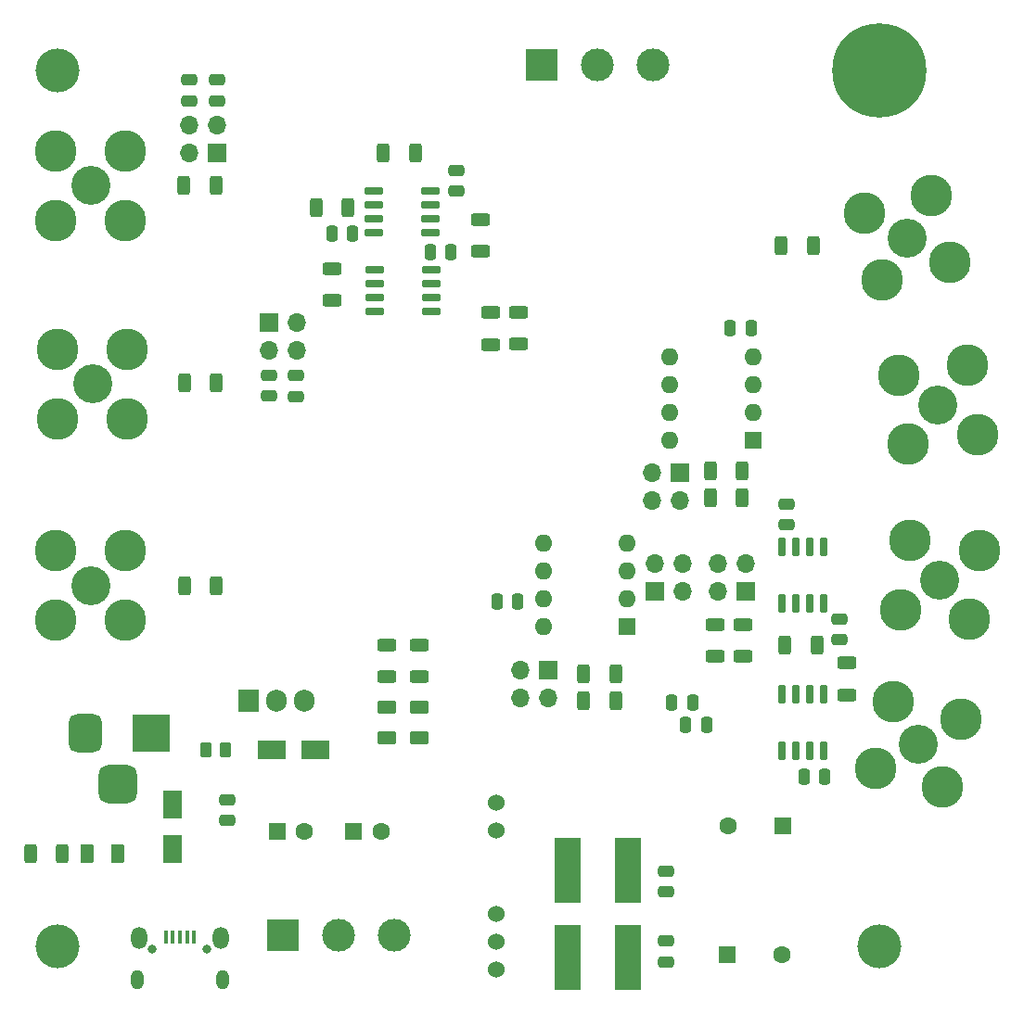
<source format=gbr>
%TF.GenerationSoftware,KiCad,Pcbnew,(6.0.0)*%
%TF.CreationDate,2022-01-15T22:09:40-05:00*%
%TF.ProjectId,Impedance_Analyzer_V2,496d7065-6461-46e6-9365-5f416e616c79,rev?*%
%TF.SameCoordinates,Original*%
%TF.FileFunction,Soldermask,Top*%
%TF.FilePolarity,Negative*%
%FSLAX46Y46*%
G04 Gerber Fmt 4.6, Leading zero omitted, Abs format (unit mm)*
G04 Created by KiCad (PCBNEW (6.0.0)) date 2022-01-15 22:09:40*
%MOMM*%
%LPD*%
G01*
G04 APERTURE LIST*
G04 Aperture macros list*
%AMRoundRect*
0 Rectangle with rounded corners*
0 $1 Rounding radius*
0 $2 $3 $4 $5 $6 $7 $8 $9 X,Y pos of 4 corners*
0 Add a 4 corners polygon primitive as box body*
4,1,4,$2,$3,$4,$5,$6,$7,$8,$9,$2,$3,0*
0 Add four circle primitives for the rounded corners*
1,1,$1+$1,$2,$3*
1,1,$1+$1,$4,$5*
1,1,$1+$1,$6,$7*
1,1,$1+$1,$8,$9*
0 Add four rect primitives between the rounded corners*
20,1,$1+$1,$2,$3,$4,$5,0*
20,1,$1+$1,$4,$5,$6,$7,0*
20,1,$1+$1,$6,$7,$8,$9,0*
20,1,$1+$1,$8,$9,$2,$3,0*%
G04 Aperture macros list end*
%ADD10RoundRect,0.250000X-0.250000X-0.475000X0.250000X-0.475000X0.250000X0.475000X-0.250000X0.475000X0*%
%ADD11R,3.000000X3.000000*%
%ADD12C,3.000000*%
%ADD13C,3.556000*%
%ADD14C,3.810000*%
%ADD15RoundRect,0.249998X0.312502X0.625002X-0.312502X0.625002X-0.312502X-0.625002X0.312502X-0.625002X0*%
%ADD16RoundRect,0.249998X-0.312502X-0.625002X0.312502X-0.625002X0.312502X0.625002X-0.312502X0.625002X0*%
%ADD17R,1.600000X1.600000*%
%ADD18O,1.600000X1.600000*%
%ADD19C,1.600000*%
%ADD20RoundRect,0.250000X-0.475000X0.250000X-0.475000X-0.250000X0.475000X-0.250000X0.475000X0.250000X0*%
%ADD21R,2.500000X1.800000*%
%ADD22R,1.800000X2.500000*%
%ADD23RoundRect,0.249998X0.262502X0.450002X-0.262502X0.450002X-0.262502X-0.450002X0.262502X-0.450002X0*%
%ADD24R,3.500000X3.500000*%
%ADD25RoundRect,0.750000X-0.750000X-1.000000X0.750000X-1.000000X0.750000X1.000000X-0.750000X1.000000X0*%
%ADD26RoundRect,0.875000X-0.875000X-0.875000X0.875000X-0.875000X0.875000X0.875000X-0.875000X0.875000X0*%
%ADD27O,0.800000X0.800000*%
%ADD28R,0.450000X1.300000*%
%ADD29O,1.150000X1.800000*%
%ADD30O,1.450000X2.000000*%
%ADD31RoundRect,0.250000X-0.375000X-0.625000X0.375000X-0.625000X0.375000X0.625000X-0.375000X0.625000X0*%
%ADD32R,1.905000X2.000000*%
%ADD33O,1.905000X2.000000*%
%ADD34RoundRect,0.249998X-0.625002X0.312502X-0.625002X-0.312502X0.625002X-0.312502X0.625002X0.312502X0*%
%ADD35RoundRect,0.249998X0.625002X-0.312502X0.625002X0.312502X-0.625002X0.312502X-0.625002X-0.312502X0*%
%ADD36RoundRect,0.150000X-0.725000X-0.150000X0.725000X-0.150000X0.725000X0.150000X-0.725000X0.150000X0*%
%ADD37RoundRect,0.250000X0.250000X0.475000X-0.250000X0.475000X-0.250000X-0.475000X0.250000X-0.475000X0*%
%ADD38RoundRect,0.250000X0.625000X-0.375000X0.625000X0.375000X-0.625000X0.375000X-0.625000X-0.375000X0*%
%ADD39RoundRect,0.250000X-0.625000X0.375000X-0.625000X-0.375000X0.625000X-0.375000X0.625000X0.375000X0*%
%ADD40C,8.600000*%
%ADD41C,4.000000*%
%ADD42RoundRect,0.250000X0.475000X-0.250000X0.475000X0.250000X-0.475000X0.250000X-0.475000X-0.250000X0*%
%ADD43RoundRect,0.150000X0.150000X-0.725000X0.150000X0.725000X-0.150000X0.725000X-0.150000X-0.725000X0*%
%ADD44RoundRect,0.249999X-0.312501X-0.625001X0.312501X-0.625001X0.312501X0.625001X-0.312501X0.625001X0*%
%ADD45RoundRect,0.249999X-0.625001X0.312501X-0.625001X-0.312501X0.625001X-0.312501X0.625001X0.312501X0*%
%ADD46RoundRect,0.150000X-0.150000X0.725000X-0.150000X-0.725000X0.150000X-0.725000X0.150000X0.725000X0*%
%ADD47R,2.450000X5.900000*%
%ADD48C,1.524000*%
%ADD49RoundRect,0.250000X0.312500X0.625000X-0.312500X0.625000X-0.312500X-0.625000X0.312500X-0.625000X0*%
%ADD50R,1.700000X1.700000*%
%ADD51O,1.700000X1.700000*%
%ADD52RoundRect,0.250000X0.625000X-0.312500X0.625000X0.312500X-0.625000X0.312500X-0.625000X-0.312500X0*%
%ADD53RoundRect,0.250000X-0.625000X0.312500X-0.625000X-0.312500X0.625000X-0.312500X0.625000X0.312500X0*%
%ADD54RoundRect,0.250000X-0.312500X-0.625000X0.312500X-0.625000X0.312500X0.625000X-0.312500X0.625000X0*%
G04 APERTURE END LIST*
D10*
%TO.C,C27*%
X131050000Y-115250000D03*
X132950000Y-115250000D03*
%TD*%
D11*
%TO.C,J17*%
X119170000Y-57000000D03*
D12*
X124250000Y-57000000D03*
X129330000Y-57000000D03*
%TD*%
D10*
%TO.C,C26*%
X132300000Y-117250000D03*
X134200000Y-117250000D03*
%TD*%
D13*
%TO.C,J2*%
X78175000Y-86125000D03*
D14*
X75000000Y-82950000D03*
X81350000Y-89300000D03*
X75000000Y-89300000D03*
X81350000Y-82950000D03*
%TD*%
D13*
%TO.C,J6*%
X152500000Y-72750000D03*
D14*
X150254936Y-76638565D03*
X156388565Y-74995064D03*
X148611435Y-70504936D03*
X154745064Y-68861435D03*
%TD*%
D13*
%TO.C,J7*%
X153500000Y-119000000D03*
D14*
X151254936Y-115111435D03*
X149611435Y-121245064D03*
X155745064Y-122888565D03*
X157388565Y-116754936D03*
%TD*%
D15*
%TO.C,R5*%
X89462500Y-104500000D03*
X86537500Y-104500000D03*
%TD*%
%TO.C,R6*%
X89462500Y-86000000D03*
X86537500Y-86000000D03*
%TD*%
D16*
%TO.C,R7*%
X122987500Y-115050000D03*
X125912500Y-115050000D03*
%TD*%
D15*
%TO.C,R8*%
X137462500Y-96500000D03*
X134537500Y-96500000D03*
%TD*%
D17*
%TO.C,U3*%
X126950000Y-108300000D03*
D18*
X126950000Y-105760000D03*
X126950000Y-103220000D03*
X126950000Y-100680000D03*
X119330000Y-100680000D03*
X119330000Y-103220000D03*
X119330000Y-105760000D03*
X119330000Y-108300000D03*
%TD*%
D13*
%TO.C,J5*%
X155500000Y-104000000D03*
D14*
X159085976Y-101297773D03*
X158202227Y-107585976D03*
X151914024Y-106702227D03*
X152797773Y-100414024D03*
%TD*%
D13*
%TO.C,J4*%
X155325000Y-88000000D03*
D14*
X158027227Y-84414024D03*
X152622773Y-91585976D03*
X151739024Y-85297773D03*
X158910976Y-90702227D03*
%TD*%
D17*
%TO.C,U4*%
X138500000Y-91250000D03*
D18*
X138500000Y-88710000D03*
X138500000Y-86170000D03*
X138500000Y-83630000D03*
X130880000Y-83630000D03*
X130880000Y-86170000D03*
X130880000Y-88710000D03*
X130880000Y-91250000D03*
%TD*%
D17*
%TO.C,C4*%
X95000000Y-127000000D03*
D19*
X97500000Y-127000000D03*
%TD*%
D20*
%TO.C,C5*%
X90450000Y-124100000D03*
X90450000Y-126000000D03*
%TD*%
D21*
%TO.C,D1*%
X98500000Y-119500000D03*
X94500000Y-119500000D03*
%TD*%
D22*
%TO.C,D2*%
X85450000Y-124550000D03*
X85450000Y-128550000D03*
%TD*%
D23*
%TO.C,FB1*%
X90325000Y-119500000D03*
X88500000Y-119500000D03*
%TD*%
D24*
%TO.C,J8*%
X83500000Y-118000000D03*
D25*
X77500000Y-118000000D03*
D26*
X80500000Y-122700000D03*
%TD*%
D27*
%TO.C,J9*%
X88625000Y-137750000D03*
X83625000Y-137750000D03*
D28*
X84825000Y-136650000D03*
X85475000Y-136650000D03*
X86125000Y-136650000D03*
X86775000Y-136650000D03*
X87425000Y-136650000D03*
D29*
X82250000Y-140500000D03*
X90000000Y-140500000D03*
D30*
X82400000Y-136700000D03*
X89850000Y-136700000D03*
%TD*%
D17*
%TO.C,C6*%
X102000000Y-127000000D03*
D19*
X104500000Y-127000000D03*
%TD*%
D31*
%TO.C,D3*%
X77700000Y-129000000D03*
X80500000Y-129000000D03*
%TD*%
D15*
%TO.C,R13*%
X75425000Y-129000000D03*
X72500000Y-129000000D03*
%TD*%
D32*
%TO.C,U5*%
X92420000Y-115000000D03*
D33*
X94960000Y-115000000D03*
X97500000Y-115000000D03*
%TD*%
D17*
%TO.C,C7*%
X141152651Y-126500000D03*
D19*
X136152651Y-126500000D03*
%TD*%
D17*
%TO.C,C9*%
X136097349Y-138250000D03*
D19*
X141097349Y-138250000D03*
%TD*%
D34*
%TO.C,R3*%
X114500000Y-79575000D03*
X114500000Y-82500000D03*
%TD*%
D35*
%TO.C,R2*%
X117000000Y-82462500D03*
X117000000Y-79537500D03*
%TD*%
D20*
%TO.C,C1*%
X96750000Y-85350000D03*
X96750000Y-87250000D03*
%TD*%
D35*
%TO.C,R1*%
X100000000Y-78500000D03*
X100000000Y-75575000D03*
%TD*%
D36*
%TO.C,U1*%
X103950000Y-75660000D03*
X103950000Y-76930000D03*
X103950000Y-78200000D03*
X103950000Y-79470000D03*
X109100000Y-79470000D03*
X109100000Y-78200000D03*
X109100000Y-76930000D03*
X109100000Y-75660000D03*
%TD*%
D37*
%TO.C,C14*%
X101900000Y-72400000D03*
X100000000Y-72400000D03*
%TD*%
%TO.C,C17*%
X116950000Y-106000000D03*
X115050000Y-106000000D03*
%TD*%
D10*
%TO.C,C19*%
X109000000Y-74100000D03*
X110900000Y-74100000D03*
%TD*%
D38*
%TO.C,D4*%
X108000000Y-118400000D03*
X108000000Y-115600000D03*
%TD*%
D39*
%TO.C,D5*%
X105000000Y-115600000D03*
X105000000Y-118400000D03*
%TD*%
D35*
%TO.C,R19*%
X108000000Y-112852500D03*
X108000000Y-109927500D03*
%TD*%
%TO.C,R20*%
X105000000Y-112852500D03*
X105000000Y-109927500D03*
%TD*%
D40*
%TO.C,H1*%
X150000000Y-57500000D03*
%TD*%
D41*
%TO.C,H2*%
X75000000Y-137500000D03*
%TD*%
%TO.C,H4*%
X150000000Y-137500000D03*
%TD*%
%TO.C,H3*%
X75000000Y-57500000D03*
%TD*%
D42*
%TO.C,C22*%
X141500000Y-98950000D03*
X141500000Y-97050000D03*
%TD*%
D37*
%TO.C,C23*%
X138250000Y-81000000D03*
X136350000Y-81000000D03*
%TD*%
D42*
%TO.C,C24*%
X111400000Y-68500000D03*
X111400000Y-66600000D03*
%TD*%
D15*
%TO.C,R9*%
X143962500Y-73500000D03*
X141037500Y-73500000D03*
%TD*%
D13*
%TO.C,J1*%
X78000000Y-68000000D03*
D14*
X74825000Y-64825000D03*
X81175000Y-64825000D03*
X81175000Y-71175000D03*
X74825000Y-71175000D03*
%TD*%
D36*
%TO.C,BUF1*%
X103825000Y-68495000D03*
X103825000Y-69765000D03*
X103825000Y-71035000D03*
X103825000Y-72305000D03*
X108975000Y-72305000D03*
X108975000Y-71035000D03*
X108975000Y-69765000D03*
X108975000Y-68495000D03*
%TD*%
D43*
%TO.C,BUF2*%
X141095000Y-106125000D03*
X142365000Y-106125000D03*
X143635000Y-106125000D03*
X144905000Y-106125000D03*
X144905000Y-100975000D03*
X143635000Y-100975000D03*
X142365000Y-100975000D03*
X141095000Y-100975000D03*
%TD*%
D44*
%TO.C,R4*%
X104675000Y-65000000D03*
X107600000Y-65000000D03*
%TD*%
D45*
%TO.C,R10*%
X113600000Y-71075000D03*
X113600000Y-74000000D03*
%TD*%
%TO.C,R18*%
X135000000Y-108075000D03*
X135000000Y-111000000D03*
%TD*%
D44*
%TO.C,R21*%
X141365000Y-109975000D03*
X144290000Y-109975000D03*
%TD*%
D46*
%TO.C,U2*%
X144905000Y-114425000D03*
X143635000Y-114425000D03*
X142365000Y-114425000D03*
X141095000Y-114425000D03*
X141095000Y-119575000D03*
X142365000Y-119575000D03*
X143635000Y-119575000D03*
X144905000Y-119575000D03*
%TD*%
D37*
%TO.C,C3*%
X145000000Y-122000000D03*
X143100000Y-122000000D03*
%TD*%
D11*
%TO.C,J11*%
X95500000Y-136500000D03*
D12*
X100580000Y-136500000D03*
X105660000Y-136500000D03*
%TD*%
D42*
%TO.C,C10*%
X130500000Y-138900000D03*
X130500000Y-137000000D03*
%TD*%
D47*
%TO.C,L2*%
X127050000Y-130500000D03*
X121500000Y-130500000D03*
%TD*%
D48*
%TO.C,Reg1*%
X115000000Y-124380000D03*
X115000000Y-126920000D03*
X115000000Y-134540000D03*
X115000000Y-137080000D03*
X115000000Y-139620000D03*
%TD*%
D20*
%TO.C,C8*%
X130500000Y-130600000D03*
X130500000Y-132500000D03*
%TD*%
D47*
%TO.C,L1*%
X127050000Y-138500000D03*
X121500000Y-138500000D03*
%TD*%
D20*
%TO.C,C18*%
X146365000Y-107575000D03*
X146365000Y-109475000D03*
%TD*%
D49*
%TO.C,R22*%
X89425000Y-68000000D03*
X86500000Y-68000000D03*
%TD*%
D42*
%TO.C,C16*%
X89500000Y-60250000D03*
X89500000Y-58350000D03*
%TD*%
D50*
%TO.C,J16*%
X94225000Y-80475000D03*
D51*
X96765000Y-80475000D03*
X94225000Y-83015000D03*
X96765000Y-83015000D03*
%TD*%
D52*
%TO.C,R17*%
X147000000Y-114500000D03*
X147000000Y-111575000D03*
%TD*%
D50*
%TO.C,J15*%
X89540000Y-65040000D03*
D51*
X87000000Y-65040000D03*
X89540000Y-62500000D03*
X87000000Y-62500000D03*
%TD*%
D42*
%TO.C,C15*%
X87000000Y-60250000D03*
X87000000Y-58350000D03*
%TD*%
D20*
%TO.C,C25*%
X94250000Y-85300000D03*
X94250000Y-87200000D03*
%TD*%
D53*
%TO.C,R14*%
X137500000Y-108075000D03*
X137500000Y-111000000D03*
%TD*%
D50*
%TO.C,J13*%
X129500000Y-105040000D03*
D51*
X129500000Y-102500000D03*
X132040000Y-105040000D03*
X132040000Y-102500000D03*
%TD*%
D50*
%TO.C,J10*%
X119725000Y-112275000D03*
D51*
X119725000Y-114815000D03*
X117185000Y-112275000D03*
X117185000Y-114815000D03*
%TD*%
D13*
%TO.C,J3*%
X78000000Y-104500000D03*
D14*
X81175000Y-101325000D03*
X74825000Y-107675000D03*
X74825000Y-101325000D03*
X81175000Y-107675000D03*
%TD*%
D54*
%TO.C,R15*%
X98575000Y-70000000D03*
X101500000Y-70000000D03*
%TD*%
D50*
%TO.C,J12*%
X131775000Y-94225000D03*
D51*
X131775000Y-96765000D03*
X129235000Y-94225000D03*
X129235000Y-96765000D03*
%TD*%
D49*
%TO.C,R11*%
X125912500Y-112550000D03*
X122987500Y-112550000D03*
%TD*%
%TO.C,R12*%
X137462500Y-94000000D03*
X134537500Y-94000000D03*
%TD*%
D50*
%TO.C,J14*%
X137775000Y-105040000D03*
D51*
X135235000Y-105040000D03*
X137775000Y-102500000D03*
X135235000Y-102500000D03*
%TD*%
M02*

</source>
